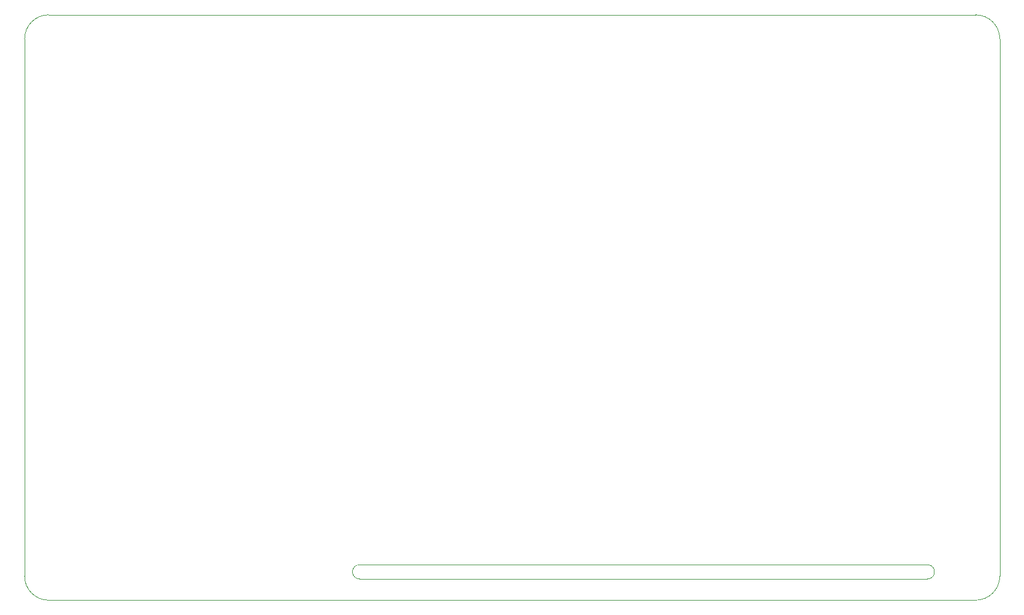
<source format=gbr>
%TF.GenerationSoftware,KiCad,Pcbnew,8.0.4*%
%TF.CreationDate,2024-10-13T10:09:03+07:00*%
%TF.ProjectId,lcd-standard-5R,6c63642d-7374-4616-9e64-6172642d3552,rev?*%
%TF.SameCoordinates,Original*%
%TF.FileFunction,Profile,NP*%
%FSLAX46Y46*%
G04 Gerber Fmt 4.6, Leading zero omitted, Abs format (unit mm)*
G04 Created by KiCad (PCBNEW 8.0.4) date 2024-10-13 10:09:03*
%MOMM*%
%LPD*%
G01*
G04 APERTURE LIST*
%TA.AperFunction,Profile*%
%ADD10C,0.050000*%
%TD*%
G04 APERTURE END LIST*
D10*
X210424400Y-53913400D02*
G75*
G02*
X213824400Y-57313400I0J-3400000D01*
G01*
X123624400Y-133513400D02*
G75*
G02*
X123624400Y-131513400I0J1000000D01*
G01*
X203624400Y-131513400D02*
G75*
G02*
X203624400Y-133513400I0J-1000000D01*
G01*
X76424400Y-57313400D02*
G75*
G02*
X79824400Y-53913400I3400000J0D01*
G01*
X79824400Y-136513400D02*
X210424400Y-136513400D01*
X123624400Y-133513400D02*
X203624400Y-133513400D01*
X210424400Y-53913400D02*
X79824400Y-53913400D01*
X123624400Y-131513400D02*
X203624400Y-131513400D01*
X76424400Y-133113400D02*
X76424400Y-57313400D01*
X213824400Y-133113400D02*
X213824400Y-57313400D01*
X213824400Y-133113400D02*
G75*
G02*
X210424400Y-136513400I-3400000J0D01*
G01*
X79824400Y-136513400D02*
G75*
G02*
X76424400Y-133113400I0J3400000D01*
G01*
M02*

</source>
